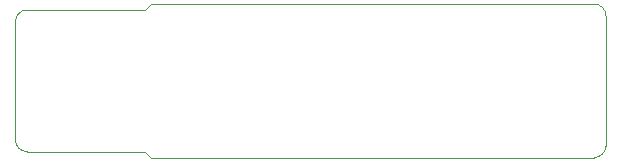
<source format=gbr>
%TF.GenerationSoftware,KiCad,Pcbnew,7.0.8*%
%TF.CreationDate,2023-10-28T23:36:24+09:00*%
%TF.ProjectId,cw_keyboard,63775f6b-6579-4626-9f61-72642e6b6963,rev?*%
%TF.SameCoordinates,Original*%
%TF.FileFunction,Profile,NP*%
%FSLAX46Y46*%
G04 Gerber Fmt 4.6, Leading zero omitted, Abs format (unit mm)*
G04 Created by KiCad (PCBNEW 7.0.8) date 2023-10-28 23:36:24*
%MOMM*%
%LPD*%
G01*
G04 APERTURE LIST*
%TA.AperFunction,Profile*%
%ADD10C,0.100000*%
%TD*%
G04 APERTURE END LIST*
D10*
X24500000Y-33500000D02*
X25000000Y-34000000D01*
X63500000Y-33000000D02*
X63500000Y-22000000D01*
X25000000Y-21000000D02*
X24500000Y-21500000D01*
X14500000Y-33500000D02*
X24500000Y-33500000D01*
X24500000Y-21500000D02*
X14500000Y-21500000D01*
X13500000Y-32500000D02*
G75*
G03*
X14500000Y-33500000I1000000J0D01*
G01*
X62500000Y-21000000D02*
X25000000Y-21000000D01*
X25000000Y-34000000D02*
X62500000Y-34000000D01*
X14500000Y-21500000D02*
G75*
G03*
X13500000Y-22500000I0J-1000000D01*
G01*
X63500000Y-22000000D02*
G75*
G03*
X62500000Y-21000000I-1000000J0D01*
G01*
X13500000Y-22500000D02*
X13500000Y-32500000D01*
X62500000Y-34000000D02*
G75*
G03*
X63500000Y-33000000I0J1000000D01*
G01*
M02*

</source>
